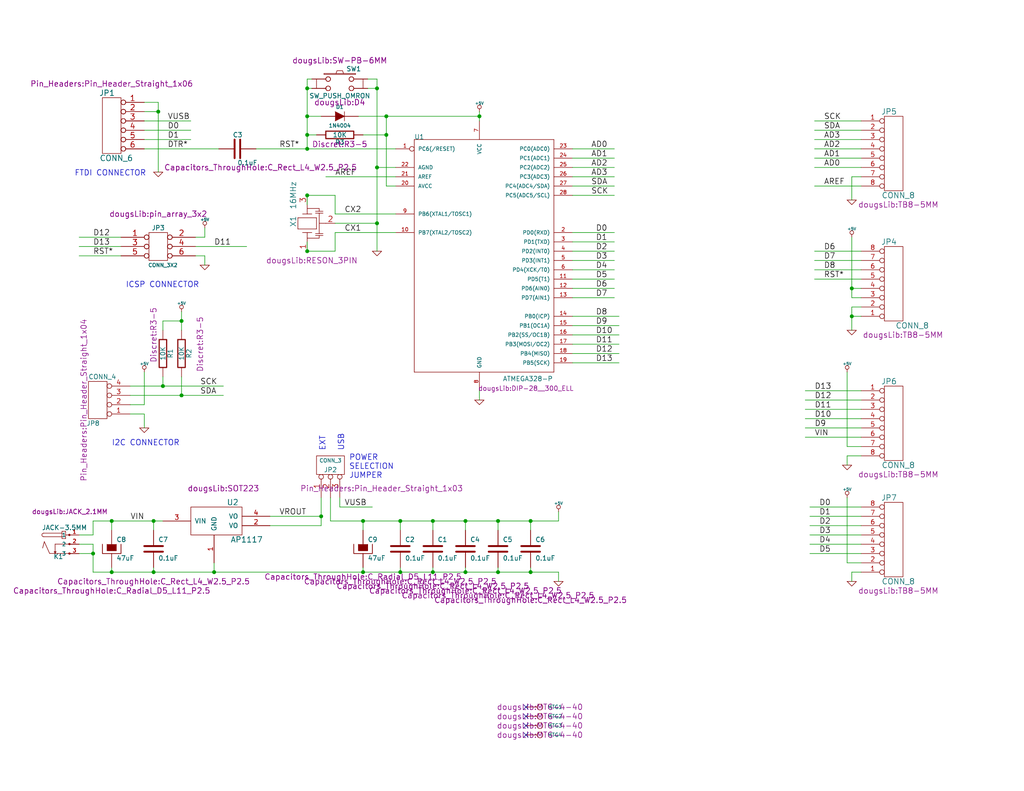
<source format=kicad_sch>
(kicad_sch (version 20211123) (generator eeschema)
  (paper "A")
  (title_block (title "Screwduino") (date "2021-07-14") (rev "X6") (company "support@land-boards.com"))
  (lib_symbols
    (symbol "DougsSch:C" (pin_numbers hide) (pin_names (offset 0.254))
      (property "Reference" "C" (at 1.27 2.54 0))
      (property "Value" "C" (at 1.27 -2.54 0))
      (symbol "C_0_1"
        (polyline (pts (xy -2.54 -0.762) (xy 2.54 -0.762)) (stroke (width 0.508)))
        (polyline (pts (xy -2.54 0.762) (xy 2.54 0.762)) (stroke (width 0.508)))
      )
      (symbol "C_1_1"
        (pin passive line (at 0 5.08 270) (length 4.318) (name "~") (number "1"))
        (pin passive line (at 0 -5.08 90) (length 4.318) (name "~") (number "2"))
      )
    )
    (symbol "DougsSch:CAPAPOL" (pin_numbers hide) (pin_names (offset 0.254) hide)
      (property "Reference" "C" (at 1.27 2.54 0))
      (property "Value" "CAPAPOL" (at 1.27 -2.54 0))
      (symbol "CAPAPOL_0_1"
        (polyline (pts (xy -2.54 1.27) (xy -2.54 -1.27) (xy 2.54 -1.27) (xy 2.54 1.27)) (stroke (width 0.2032)))
        (polyline (pts (xy -1.27 1.27) (xy -1.27 -0.508) (xy 1.27 -0.508) (xy 1.27 1.27)) (fill (type outline)))
      )
      (symbol "CAPAPOL_1_1"
        (pin passive line (at 0 5.08 270) (length 3.81) (name "~") (number "1"))
        (pin passive line (at 0 -5.08 90) (length 3.81) (name "~") (number "2"))
      )
    )
    (symbol "DougsSch:R" (pin_numbers hide) (pin_names (offset 0))
      (property "Reference" "R" (at 2.032 0 90))
      (property "Value" "R" (at 0 0 90))
      (symbol "R_0_1"
        (rectangle (start -1.016 3.81) (end 1.016 -3.81) (stroke (width 0.3048)))
      )
      (symbol "R_1_1"
        (pin passive line (at 0 6.35 270) (length 2.54) (name "~") (number "1"))
        (pin passive line (at 0 -6.35 90) (length 2.54) (name "~") (number "2"))
      )
    )
    (symbol "DougsSch:SW_PUSH_OMRON" (pin_numbers hide) (pin_names (offset 1.016) hide)
      (property "Reference" "SW" (at 3.81 2.794 0))
      (property "Value" "SW_PUSH_OMRON" (at 0 -4.572 0))
      (symbol "SW_PUSH_OMRON_0_1"
        (rectangle (start -4.318 1.27) (end 4.318 1.524))
        (circle (center -3.81 -2.54) (radius 0.0001))
        (polyline (pts (xy -6.35 0) (xy -6.35 -2.54)))
        (polyline (pts (xy 6.35 0) (xy 6.35 -2.54)))
        (polyline (pts (xy -1.016 1.524) (xy -0.762 2.286) (xy 0.762 2.286) (xy 1.016 1.524)))
        (pin passive inverted (at -7.62 0 0) (length 5.08) (name "1") (number "1"))
        (pin passive inverted (at 7.62 0 180) (length 5.08) (name "3") (number "3"))
      )
      (symbol "SW_PUSH_OMRON_1_1"
        (pin passive inverted (at -7.62 -2.54 0) (length 5.08) (name "2") (number "2"))
        (pin passive inverted (at 7.62 -2.54 180) (length 5.08) (name "4") (number "4"))
      )
    )
    (symbol "conn:CONN_3" (pin_names (offset 1.016) hide)
      (property "Reference" "K" (at -1.27 0 90))
      (property "Value" "CONN_3" (at 1.27 0 90))
      (symbol "CONN_3_0_1"
        (rectangle (start -2.54 3.81) (end 2.54 -3.81))
      )
      (symbol "CONN_3_1_1"
        (pin passive inverted (at -8.89 2.54 0) (length 6.35) (name "P1") (number "1"))
        (pin passive inverted (at -8.89 0 0) (length 6.35) (name "PM") (number "2"))
        (pin passive inverted (at -8.89 -2.54 0) (length 6.35) (name "P3") (number "3"))
      )
    )
    (symbol "screwduino-rescue:AP1117" (pin_names (offset 1.016))
      (property "Reference" "U" (at 2.54 3.81 0))
      (property "Value" "AP1117" (at 6.35 -6.35 0))
      (symbol "AP1117_0_1"
        (polyline (pts (xy -8.89 -5.08) (xy -8.89 2.54) (xy 5.08 2.54) (xy 5.08 -5.08) (xy -8.89 -5.08)))
      )
      (symbol "AP1117_1_1"
        (pin power_in line (at -2.54 -12.7 90) (length 7.62) (name "GND") (number "1"))
        (pin passive line (at 12.7 -2.54 180) (length 7.62) (name "VO") (number "2"))
        (pin power_in line (at -16.51 -1.27 0) (length 7.62) (name "VIN") (number "3"))
        (pin power_out line (at 12.7 0 180) (length 7.62) (name "VO") (number "4"))
      )
    )
    (symbol "screwduino-rescue:JACK-3.5MM" (pin_names (offset 1.016))
      (property "Reference" "J" (at 3.1496 -6.6294 0))
      (property "Value" "JACK-3.5MM" (at 0 0 0))
      (symbol "JACK-3.5MM_1_0"
        (polyline (pts (xy 0.4826 -0.4826) (xy 5.4864 -0.4826)))
        (polyline (pts (xy 0.6604 -1.8288) (xy 0.2032 -3.5814)))
        (polyline (pts (xy 2.1082 -5.0546) (xy 0.6604 -1.8288)))
        (polyline (pts (xy 2.1082 -5.0546) (xy 3.6068 -5.0546)))
        (polyline (pts (xy 3.3528 -4.5466) (xy 3.8608 -4.5466)))
        (polyline (pts (xy 3.6068 -5.0546) (xy 3.3528 -4.5466)))
        (polyline (pts (xy 3.6068 -5.0546) (xy 3.8608 -4.5466)))
        (polyline (pts (xy 3.6068 -5.0546) (xy 6.6294 -5.0546)))
        (polyline (pts (xy 3.6068 -2.5146) (xy 3.6068 -5.0546)))
        (polyline (pts (xy 3.6068 -2.5146) (xy 7.5438 -2.5146)))
        (polyline (pts (xy 5.4864 -0.9906) (xy 5.4864 -0.4826)))
        (polyline (pts (xy 5.4864 -0.4826) (xy 5.4864 0.4826)))
        (polyline (pts (xy 5.4864 0.4826) (xy 0.4826 0.4826)))
        (polyline (pts (xy 5.4864 0.4826) (xy 5.4864 0.9906)))
        (polyline (pts (xy 5.4864 0.9906) (xy 6.477 0.9906)))
        (polyline (pts (xy 6.477 -0.9906) (xy 5.4864 -0.9906)))
        (polyline (pts (xy 6.477 0) (xy 6.477 -0.9906)))
        (polyline (pts (xy 6.477 0) (xy 7.493 0)))
        (polyline (pts (xy 6.477 0.9906) (xy 6.477 0)))
        (polyline (pts (xy 6.6294 -5.0546) (xy 7.5438 -5.0546)))
      )
      (symbol "JACK-3.5MM_1_1"
        (arc (start 0.4826 0.4826) (mid 0 0) (end 0.4826 -0.4826))
        (circle (center 7.493 0) (radius 0.2286) (fill (type outline)))
        (circle (center 7.5184 -5.08) (radius 0.2286) (fill (type outline)))
        (circle (center 7.5184 -2.4892) (radius 0.2286) (fill (type outline)))
        (pin passive line (at 10.16 0 180) (length 2.54) (name "1") (number "1"))
        (pin passive line (at 10.16 -2.54 180) (length 2.54) (name "2") (number "2"))
        (pin passive line (at 10.16 -5.08 180) (length 2.54) (name "3") (number "3"))
      )
    )
    (symbol "screwduinov2p1-schlib:+5V" (power) (pin_names (offset 1.016))
      (property "Value" "+5V" (at 0 2.286 0))
      (symbol "+5V_0_0"
        (pin power_in line (at 0 0 90) (length 0) hide (name "+5V") (number "1"))
      )
      (symbol "+5V_0_1"
        (polyline (pts (xy 0 0) (xy 0 0.762) (xy 0 0.762) (xy 0 0.762)))
        (circle (center 0 1.27) (radius 0.508))
      )
    )
    (symbol "screwduinov2p1-schlib:ATMEGA8-P" (pin_names (offset 1.016))
      (property "Reference" "IC" (at -17.78 31.75 0))
      (property "Value" "ATMEGA8-P" (at 6.35 -35.56 0))
      (symbol "ATMEGA8-P_1_0"
        (polyline (pts (xy -17.78 -33.02) (xy -17.78 30.48)))
        (polyline (pts (xy -17.78 30.48) (xy 20.32 30.48)))
        (polyline (pts (xy 20.32 -33.02) (xy -17.78 -33.02)))
        (polyline (pts (xy 20.32 30.48) (xy 20.32 -33.02)))
      )
      (symbol "ATMEGA8-P_1_1"
        (pin bidirectional inverted (at -22.86 27.94 0) (length 5.08) (name "PC6(/RESET)") (number "1"))
        (pin bidirectional line (at -22.86 5.08 0) (length 5.08) (name "PB7(XTAL2/TOSC2)") (number "10"))
        (pin bidirectional line (at 25.4 -7.62 180) (length 5.08) (name "PD5(T1)") (number "11"))
        (pin bidirectional line (at 25.4 -10.16 180) (length 5.08) (name "PD6(AIN0)") (number "12"))
        (pin bidirectional line (at 25.4 -12.7 180) (length 5.08) (name "PD7(AIN1)") (number "13"))
        (pin bidirectional line (at 25.4 -17.78 180) (length 5.08) (name "PB0(ICP)") (number "14"))
        (pin bidirectional line (at 25.4 -20.32 180) (length 5.08) (name "PB1(OC1A)") (number "15"))
        (pin bidirectional line (at 25.4 -22.86 180) (length 5.08) (name "PB2(SS/OC1B)") (number "16"))
        (pin bidirectional line (at 25.4 -25.4 180) (length 5.08) (name "PB3(MOSI/OC2)") (number "17"))
        (pin bidirectional line (at 25.4 -27.94 180) (length 5.08) (name "PB4(MISO)") (number "18"))
        (pin bidirectional line (at 25.4 -30.48 180) (length 5.08) (name "PB5(SCK)") (number "19"))
        (pin bidirectional line (at 25.4 5.08 180) (length 5.08) (name "PD0(RXD)") (number "2"))
        (pin bidirectional line (at -22.86 17.78 0) (length 5.08) (name "AVCC") (number "20"))
        (pin bidirectional line (at -22.86 20.32 0) (length 5.08) (name "AREF") (number "21"))
        (pin bidirectional line (at -22.86 22.86 0) (length 5.08) (name "AGND") (number "22"))
        (pin bidirectional line (at 25.4 27.94 180) (length 5.08) (name "PC0(ADC0)") (number "23"))
        (pin bidirectional line (at 25.4 25.4 180) (length 5.08) (name "PC1(ADC1)") (number "24"))
        (pin bidirectional line (at 25.4 22.86 180) (length 5.08) (name "PC2(ADC2)") (number "25"))
        (pin bidirectional line (at 25.4 20.32 180) (length 5.08) (name "PC3(ADC3)") (number "26"))
        (pin bidirectional line (at 25.4 17.78 180) (length 5.08) (name "PC4(ADC4/SDA)") (number "27"))
        (pin bidirectional line (at 25.4 15.24 180) (length 5.08) (name "PC5(ADC5/SCL)") (number "28"))
        (pin bidirectional line (at 25.4 2.54 180) (length 5.08) (name "PD1(TXD)") (number "3"))
        (pin bidirectional line (at 25.4 0 180) (length 5.08) (name "PD2(INT0)") (number "4"))
        (pin bidirectional line (at 25.4 -2.54 180) (length 5.08) (name "PD3(INT1)") (number "5"))
        (pin bidirectional line (at 25.4 -5.08 180) (length 5.08) (name "PD4(XCK/T0)") (number "6"))
        (pin bidirectional line (at 0 35.56 270) (length 5.08) (name "VCC") (number "7"))
        (pin bidirectional line (at 0 -38.1 90) (length 5.08) (name "GND") (number "8"))
        (pin bidirectional line (at -22.86 10.16 0) (length 5.08) (name "PB6(XTAL1/TOSC1)") (number "9"))
      )
    )
    (symbol "screwduinov2p1-schlib:CONN_1" (pin_numbers hide) (pin_names (offset 0.762) hide)
      (property "Reference" "P" (at 2.032 0 0))
      (symbol "CONN_1_0_1"
        (polyline (pts (xy -0.762 0) (xy -1.27 0)))
        (circle (center 0 0) (radius 0.7874))
      )
      (symbol "CONN_1_1_1"
        (pin passive line (at -3.81 0 0) (length 2.54) (name "1") (number "1"))
      )
    )
    (symbol "screwduinov2p1-schlib:CONN_3X2" (pin_names (offset 1.016) hide)
      (property "Reference" "P" (at 0 6.35 0))
      (property "Value" "CONN_3X2" (at 0 1.27 90))
      (symbol "CONN_3X2_0_1"
        (rectangle (start -2.54 5.08) (end 2.54 -2.54))
      )
      (symbol "CONN_3X2_1_1"
        (pin passive inverted (at -10.16 3.81 0) (length 7.62) (name "1") (number "1"))
        (pin passive inverted (at 10.16 3.81 180) (length 7.62) (name "2") (number "2"))
        (pin passive inverted (at -10.16 1.27 0) (length 7.62) (name "3") (number "3"))
        (pin passive inverted (at 10.16 1.27 180) (length 7.62) (name "4") (number "4"))
        (pin passive inverted (at -10.16 -1.27 0) (length 7.62) (name "5") (number "5"))
        (pin passive inverted (at 10.16 -1.27 180) (length 7.62) (name "6") (number "6"))
      )
    )
    (symbol "screwduinov2p1-schlib:CONN_4" (pin_names (offset 1.016) hide)
      (property "Reference" "P" (at -1.27 0 90))
      (property "Value" "CONN_4" (at 1.27 0 90))
      (symbol "CONN_4_0_1"
        (rectangle (start -2.54 5.08) (end 2.54 -5.08))
      )
      (symbol "CONN_4_1_1"
        (pin passive inverted (at -8.89 3.81 0) (length 6.35) (name "P1") (number "1"))
        (pin passive inverted (at -8.89 1.27 0) (length 6.35) (name "P2") (number "2"))
        (pin passive inverted (at -8.89 -1.27 0) (length 6.35) (name "P3") (number "3"))
        (pin passive inverted (at -8.89 -3.81 0) (length 6.35) (name "P4") (number "4"))
      )
    )
    (symbol "screwduinov2p1-schlib:CONN_6" (pin_names (offset 0.762) hide)
      (property "Reference" "P" (at -1.27 0 90))
      (property "Value" "CONN_6" (at 1.27 0 90))
      (symbol "CONN_6_0_1"
        (rectangle (start -2.54 7.62) (end 2.54 -7.62))
      )
      (symbol "CONN_6_1_1"
        (pin passive inverted (at -8.89 6.35 0) (length 6.35) (name "1") (number "1"))
        (pin passive inverted (at -8.89 3.81 0) (length 6.35) (name "2") (number "2"))
        (pin passive inverted (at -8.89 1.27 0) (length 6.35) (name "3") (number "3"))
        (pin passive inverted (at -8.89 -1.27 0) (length 6.35) (name "4") (number "4"))
        (pin passive inverted (at -8.89 -3.81 0) (length 6.35) (name "5") (number "5"))
        (pin passive inverted (at -8.89 -6.35 0) (length 6.35) (name "6") (number "6"))
      )
    )
    (symbol "screwduinov2p1-schlib:CONN_8" (pin_names (offset 1.016) hide)
      (property "Reference" "P" (at -1.27 0 90))
      (property "Value" "CONN_8" (at 1.27 0 90))
      (symbol "CONN_8_0_1"
        (rectangle (start -2.54 10.16) (end 2.54 -10.16))
      )
      (symbol "CONN_8_1_1"
        (pin passive inverted (at -8.89 8.89 0) (length 6.35) (name "P1") (number "1"))
        (pin passive inverted (at -8.89 6.35 0) (length 6.35) (name "P2") (number "2"))
        (pin passive inverted (at -8.89 3.81 0) (length 6.35) (name "P3") (number "3"))
        (pin passive inverted (at -8.89 1.27 0) (length 6.35) (name "P4") (number "4"))
        (pin passive inverted (at -8.89 -1.27 0) (length 6.35) (name "P5") (number "5"))
        (pin passive inverted (at -8.89 -3.81 0) (length 6.35) (name "P6") (number "6"))
        (pin passive inverted (at -8.89 -6.35 0) (length 6.35) (name "P7") (number "7"))
        (pin passive inverted (at -8.89 -8.89 0) (length 6.35) (name "P8") (number "8"))
      )
    )
    (symbol "screwduinov2p1-schlib:DIODE" (pin_numbers hide) (pin_names (offset 1.016) hide)
      (property "Reference" "D" (at 0 2.54 0))
      (property "Value" "DIODE" (at 0 -2.54 0))
      (symbol "DIODE_0_1"
        (polyline (pts (xy 1.27 1.27) (xy 1.27 -1.27)) (stroke (width 0.1524)))
        (polyline (pts (xy -1.27 1.27) (xy 1.27 0) (xy -1.27 -1.27)) (fill (type outline)))
      )
      (symbol "DIODE_1_1"
        (pin passive line (at -5.08 0 0) (length 3.81) (name "A") (number "1"))
        (pin passive line (at 5.08 0 180) (length 3.81) (name "K") (number "2"))
      )
    )
    (symbol "screwduinov2p1-schlib:GND" (power) (pin_names (offset 0))
      (symbol "GND_0_1"
        (polyline (pts (xy -1.27 0) (xy 0 -1.27) (xy 1.27 0) (xy -1.27 0)))
      )
      (symbol "GND_1_1"
        (pin power_in line (at 0 0 90) (length 0) hide (name "GND") (number "1"))
      )
    )
    (symbol "screwduinov2p1-schlib:RESONATEUR" (pin_names (offset 0.762) hide)
      (property "Reference" "Y" (at 0.508 5.08 0))
      (property "Value" "RESONATEUR" (at 10.922 -5.08 0))
      (symbol "RESONATEUR_0_1"
        (polyline (pts (xy -5.08 1.27) (xy -2.54 1.27)))
        (polyline (pts (xy -4.064 -2.0066) (xy -3.3274 -2.0066)))
        (polyline (pts (xy -4.064 1.27) (xy -4.064 -2.0066)))
        (polyline (pts (xy -3.3274 -0.9906) (xy -3.3274 -3.048)))
        (polyline (pts (xy -2.8194 -2.0066) (xy -0.2794 -2.0066)))
        (polyline (pts (xy -2.8194 -0.9906) (xy -2.8194 -3.048)))
        (polyline (pts (xy -2.54 2.54) (xy -2.54 0)))
        (polyline (pts (xy -1.5494 -1.27) (xy 1.4986 -1.27)))
        (polyline (pts (xy -1.5494 3.81) (xy -1.5494 -1.27)))
        (polyline (pts (xy 0 -2.0066) (xy 0 -3.81)))
        (polyline (pts (xy 1.4986 -1.27) (xy 1.4986 3.81)))
        (polyline (pts (xy 1.4986 3.81) (xy -1.5494 3.81)))
        (polyline (pts (xy 2.54 2.54) (xy 2.54 0)))
        (polyline (pts (xy 2.7686 -2.0066) (xy -0.2794 -2.0066)))
        (polyline (pts (xy 2.7686 -0.9906) (xy 2.7686 -3.048)))
        (polyline (pts (xy 3.2766 -0.9906) (xy 3.2766 -3.048)))
        (polyline (pts (xy 4.0386 -2.0066) (xy 3.2766 -2.0066)))
        (polyline (pts (xy 4.0386 1.27) (xy 4.0386 -2.0066)))
        (polyline (pts (xy 5.08 1.27) (xy 2.54 1.27)))
      )
      (symbol "RESONATEUR_1_1"
        (pin passive line (at -7.62 1.27 0) (length 2.54) (name "1") (number "1"))
        (pin passive line (at 0 -6.35 90) (length 2.54) (name "2") (number "2"))
        (pin passive line (at 7.62 1.27 180) (length 2.54) (name "3") (number "3"))
      )
    )
  )
  (junction (at 105.41 36.83))
  (junction (at 102.87 24.13))
  (junction (at 83.82 31.75))
  (junction (at 118.11 142.24))
  (junction (at 41.91 156.21))
  (junction (at 144.78 142.24))
  (junction (at 135.89 142.24))
  (junction (at 232.41 78.74))
  (junction (at 109.22 156.21))
  (junction (at 99.06 142.24))
  (junction (at 102.87 45.72))
  (junction (at 99.06 156.21))
  (junction (at 118.11 156.21))
  (junction (at 135.89 156.21))
  (junction (at 102.87 60.96))
  (junction (at 130.81 31.75))
  (junction (at 127 156.21))
  (junction (at 83.82 53.34))
  (junction (at 87.63 140.97))
  (junction (at 144.78 156.21))
  (junction (at 49.53 107.95))
  (junction (at 127 142.24))
  (junction (at 83.82 68.58))
  (junction (at 49.53 87.63))
  (junction (at 30.48 156.21))
  (junction (at 41.91 142.24))
  (junction (at 44.45 105.41))
  (junction (at 43.18 30.48))
  (junction (at 83.82 24.13))
  (junction (at 83.82 40.64))
  (junction (at 58.42 156.21))
  (junction (at 109.22 142.24))
  (junction (at 30.48 142.24))
  (junction (at 105.41 31.75))
  (junction (at 232.41 86.36))
  (junction (at 25.4 151.13))
  (junction (at 83.82 36.83))
  (no_connect (at 143.51 200.66))
  (no_connect (at 143.51 195.58))
  (no_connect (at 143.51 193.04))
  (no_connect (at 143.51 198.12))
  (wire (pts (xy 234.95 78.74) (xy 232.41 78.74)))
  (wire (pts (xy 53.34 67.31) (xy 67.31 67.31)))
  (wire (pts (xy 167.64 71.12) (xy 156.21 71.12)))
  (wire (pts (xy 231.14 124.46) (xy 231.14 127)))
  (wire (pts (xy 55.88 62.23) (xy 55.88 64.77)))
  (wire (pts (xy 127 156.21) (xy 135.89 156.21)))
  (wire (pts (xy 25.4 151.13) (xy 25.4 156.21)))
  (wire (pts (xy 44.45 105.41) (xy 60.96 105.41)))
  (wire (pts (xy 231.14 101.6) (xy 231.14 121.92)))
  (wire (pts (xy 83.82 55.88) (xy 83.82 53.34)))
  (wire (pts (xy 49.53 102.87) (xy 49.53 107.95)))
  (wire (pts (xy 232.41 158.75) (xy 232.41 156.21)))
  (wire (pts (xy 39.37 35.56) (xy 52.07 35.56)))
  (wire (pts (xy 59.69 40.64) (xy 39.37 40.64)))
  (wire (pts (xy 167.64 63.5) (xy 156.21 63.5)))
  (wire (pts (xy 232.41 156.21) (xy 234.95 156.21)))
  (wire (pts (xy 53.34 69.85) (xy 55.88 69.85)))
  (wire (pts (xy 232.41 86.36) (xy 232.41 90.17)))
  (wire (pts (xy 92.71 138.43) (xy 101.6 138.43)))
  (wire (pts (xy 167.64 68.58) (xy 156.21 68.58)))
  (wire (pts (xy 73.66 140.97) (xy 87.63 140.97)))
  (wire (pts (xy 41.91 142.24) (xy 41.91 144.78)))
  (wire (pts (xy 167.64 48.26) (xy 156.21 48.26)))
  (wire (pts (xy 30.48 142.24) (xy 41.91 142.24)))
  (wire (pts (xy 87.63 143.51) (xy 73.66 143.51)))
  (wire (pts (xy 25.4 148.59) (xy 25.4 151.13)))
  (wire (pts (xy 55.88 64.77) (xy 53.34 64.77)))
  (wire (pts (xy 167.64 73.66) (xy 156.21 73.66)))
  (wire (pts (xy 219.71 119.38) (xy 234.95 119.38)))
  (wire (pts (xy 99.06 142.24) (xy 109.22 142.24)))
  (wire (pts (xy 25.4 156.21) (xy 30.48 156.21)))
  (wire (pts (xy 222.25 43.18) (xy 234.95 43.18)))
  (wire (pts (xy 49.53 87.63) (xy 49.53 90.17)))
  (wire (pts (xy 118.11 156.21) (xy 127 156.21)))
  (wire (pts (xy 220.98 138.43) (xy 234.95 138.43)))
  (wire (pts (xy 231.14 153.67) (xy 231.14 135.89)))
  (wire (pts (xy 135.89 156.21) (xy 135.89 154.94)))
  (wire (pts (xy 168.91 88.9) (xy 156.21 88.9)))
  (wire (pts (xy 220.98 151.13) (xy 234.95 151.13)))
  (wire (pts (xy 232.41 48.26) (xy 234.95 48.26)))
  (wire (pts (xy 43.18 27.94) (xy 43.18 30.48)))
  (wire (pts (xy 232.41 64.77) (xy 232.41 78.74)))
  (wire (pts (xy 156.21 43.18) (xy 167.64 43.18)))
  (wire (pts (xy 85.09 21.59) (xy 83.82 21.59)))
  (wire (pts (xy 109.22 156.21) (xy 109.22 154.94)))
  (wire (pts (xy 49.53 87.63) (xy 44.45 87.63)))
  (wire (pts (xy 90.17 142.24) (xy 99.06 142.24)))
  (wire (pts (xy 118.11 142.24) (xy 127 142.24)))
  (wire (pts (xy 144.78 156.21) (xy 144.78 154.94)))
  (wire (pts (xy 220.98 148.59) (xy 234.95 148.59)))
  (wire (pts (xy 83.82 31.75) (xy 87.63 31.75)))
  (wire (pts (xy 231.14 121.92) (xy 234.95 121.92)))
  (wire (pts (xy 102.87 24.13) (xy 102.87 45.72)))
  (wire (pts (xy 21.59 67.31) (xy 33.02 67.31)))
  (wire (pts (xy 99.06 36.83) (xy 105.41 36.83)))
  (wire (pts (xy 152.4 156.21) (xy 152.4 158.75)))
  (wire (pts (xy 83.82 31.75) (xy 83.82 36.83)))
  (wire (pts (xy 219.71 111.76) (xy 234.95 111.76)))
  (wire (pts (xy 58.42 156.21) (xy 99.06 156.21)))
  (wire (pts (xy 222.25 33.02) (xy 234.95 33.02)))
  (wire (pts (xy 222.25 38.1) (xy 234.95 38.1)))
  (wire (pts (xy 39.37 30.48) (xy 43.18 30.48)))
  (wire (pts (xy 168.91 93.98) (xy 156.21 93.98)))
  (wire (pts (xy 83.82 24.13) (xy 85.09 24.13)))
  (wire (pts (xy 92.71 135.89) (xy 92.71 138.43)))
  (wire (pts (xy 33.02 69.85) (xy 21.59 69.85)))
  (wire (pts (xy 222.25 35.56) (xy 234.95 35.56)))
  (wire (pts (xy 83.82 68.58) (xy 83.82 66.04)))
  (wire (pts (xy 87.63 135.89) (xy 87.63 140.97)))
  (wire (pts (xy 127 156.21) (xy 127 154.94)))
  (wire (pts (xy 30.48 156.21) (xy 30.48 154.94)))
  (wire (pts (xy 234.95 153.67) (xy 231.14 153.67)))
  (wire (pts (xy 234.95 68.58) (xy 222.25 68.58)))
  (wire (pts (xy 91.44 53.34) (xy 91.44 58.42)))
  (wire (pts (xy 88.9 48.26) (xy 107.95 48.26)))
  (wire (pts (xy 105.41 31.75) (xy 130.81 31.75)))
  (wire (pts (xy 167.64 53.34) (xy 156.21 53.34)))
  (wire (pts (xy 234.95 83.82) (xy 232.41 83.82)))
  (wire (pts (xy 130.81 30.48) (xy 130.81 31.75)))
  (wire (pts (xy 167.64 45.72) (xy 156.21 45.72)))
  (wire (pts (xy 41.91 156.21) (xy 58.42 156.21)))
  (wire (pts (xy 49.53 85.09) (xy 49.53 87.63)))
  (wire (pts (xy 41.91 156.21) (xy 41.91 154.94)))
  (wire (pts (xy 109.22 142.24) (xy 109.22 144.78)))
  (wire (pts (xy 102.87 45.72) (xy 102.87 60.96)))
  (wire (pts (xy 219.71 106.68) (xy 234.95 106.68)))
  (wire (pts (xy 168.91 91.44) (xy 156.21 91.44)))
  (wire (pts (xy 135.89 142.24) (xy 135.89 144.78)))
  (wire (pts (xy 35.56 110.49) (xy 39.37 110.49)))
  (wire (pts (xy 99.06 144.78) (xy 99.06 142.24)))
  (wire (pts (xy 219.71 116.84) (xy 234.95 116.84)))
  (wire (pts (xy 83.82 21.59) (xy 83.82 24.13)))
  (wire (pts (xy 86.36 36.83) (xy 83.82 36.83)))
  (wire (pts (xy 83.82 40.64) (xy 107.95 40.64)))
  (wire (pts (xy 220.98 143.51) (xy 234.95 143.51)))
  (wire (pts (xy 220.98 140.97) (xy 234.95 140.97)))
  (wire (pts (xy 168.91 96.52) (xy 156.21 96.52)))
  (wire (pts (xy 39.37 38.1) (xy 52.07 38.1)))
  (wire (pts (xy 232.41 54.61) (xy 232.41 48.26)))
  (wire (pts (xy 39.37 110.49) (xy 39.37 101.6)))
  (wire (pts (xy 44.45 102.87) (xy 44.45 105.41)))
  (wire (pts (xy 33.02 64.77) (xy 21.59 64.77)))
  (wire (pts (xy 222.25 73.66) (xy 234.95 73.66)))
  (wire (pts (xy 167.64 81.28) (xy 156.21 81.28)))
  (wire (pts (xy 118.11 142.24) (xy 118.11 144.78)))
  (wire (pts (xy 135.89 156.21) (xy 144.78 156.21)))
  (wire (pts (xy 135.89 142.24) (xy 144.78 142.24)))
  (wire (pts (xy 130.81 106.68) (xy 130.81 109.22)))
  (wire (pts (xy 52.07 33.02) (xy 39.37 33.02)))
  (wire (pts (xy 102.87 21.59) (xy 102.87 24.13)))
  (wire (pts (xy 100.33 21.59) (xy 102.87 21.59)))
  (wire (pts (xy 83.82 53.34) (xy 91.44 53.34)))
  (wire (pts (xy 234.95 86.36) (xy 232.41 86.36)))
  (wire (pts (xy 168.91 86.36) (xy 156.21 86.36)))
  (wire (pts (xy 222.25 40.64) (xy 234.95 40.64)))
  (wire (pts (xy 90.17 135.89) (xy 90.17 142.24)))
  (wire (pts (xy 107.95 58.42) (xy 91.44 58.42)))
  (wire (pts (xy 130.81 31.75) (xy 130.81 33.02)))
  (wire (pts (xy 127 142.24) (xy 135.89 142.24)))
  (wire (pts (xy 102.87 24.13) (xy 100.33 24.13)))
  (wire (pts (xy 39.37 113.03) (xy 35.56 113.03)))
  (wire (pts (xy 43.18 27.94) (xy 39.37 27.94)))
  (wire (pts (xy 152.4 142.24) (xy 152.4 139.7)))
  (wire (pts (xy 55.88 69.85) (xy 55.88 72.39)))
  (wire (pts (xy 83.82 36.83) (xy 83.82 40.64)))
  (wire (pts (xy 99.06 156.21) (xy 109.22 156.21)))
  (wire (pts (xy 43.18 30.48) (xy 43.18 46.99)))
  (wire (pts (xy 30.48 156.21) (xy 41.91 156.21)))
  (wire (pts (xy 219.71 114.3) (xy 234.95 114.3)))
  (wire (pts (xy 25.4 142.24) (xy 30.48 142.24)))
  (wire (pts (xy 21.59 151.13) (xy 25.4 151.13)))
  (wire (pts (xy 232.41 83.82) (xy 232.41 86.36)))
  (wire (pts (xy 220.98 146.05) (xy 234.95 146.05)))
  (wire (pts (xy 144.78 156.21) (xy 152.4 156.21)))
  (wire (pts (xy 168.91 99.06) (xy 156.21 99.06)))
  (wire (pts (xy 91.44 60.96) (xy 102.87 60.96)))
  (wire (pts (xy 167.64 40.64) (xy 156.21 40.64)))
  (wire (pts (xy 167.64 76.2) (xy 156.21 76.2)))
  (wire (pts (xy 234.95 50.8) (xy 222.25 50.8)))
  (wire (pts (xy 91.44 68.58) (xy 83.82 68.58)))
  (wire (pts (xy 222.25 45.72) (xy 234.95 45.72)))
  (wire (pts (xy 102.87 45.72) (xy 107.95 45.72)))
  (wire (pts (xy 167.64 66.04) (xy 156.21 66.04)))
  (wire (pts (xy 69.85 40.64) (xy 83.82 40.64)))
  (wire (pts (xy 25.4 142.24) (xy 25.4 146.05)))
  (wire (pts (xy 87.63 140.97) (xy 87.63 143.51)))
  (wire (pts (xy 167.64 78.74) (xy 156.21 78.74)))
  (wire (pts (xy 25.4 146.05) (xy 21.59 146.05)))
  (wire (pts (xy 39.37 116.84) (xy 39.37 113.03)))
  (wire (pts (xy 35.56 107.95) (xy 49.53 107.95)))
  (wire (pts (xy 118.11 156.21) (xy 118.11 154.94)))
  (wire (pts (xy 222.25 76.2) (xy 234.95 76.2)))
  (wire (pts (xy 127 142.24) (xy 127 144.78)))
  (wire (pts (xy 232.41 81.28) (xy 234.95 81.28)))
  (wire (pts (xy 105.41 31.75) (xy 105.41 36.83)))
  (wire (pts (xy 105.41 36.83) (xy 105.41 50.8)))
  (wire (pts (xy 35.56 105.41) (xy 44.45 105.41)))
  (wire (pts (xy 91.44 63.5) (xy 107.95 63.5)))
  (wire (pts (xy 91.44 68.58) (xy 91.44 63.5)))
  (wire (pts (xy 25.4 148.59) (xy 21.59 148.59)))
  (wire (pts (xy 83.82 24.13) (xy 83.82 31.75)))
  (wire (pts (xy 41.91 142.24) (xy 44.45 142.24)))
  (wire (pts (xy 30.48 144.78) (xy 30.48 142.24)))
  (wire (pts (xy 144.78 142.24) (xy 152.4 142.24)))
  (wire (pts (xy 58.42 156.21) (xy 58.42 153.67)))
  (wire (pts (xy 97.79 31.75) (xy 105.41 31.75)))
  (wire (pts (xy 99.06 156.21) (xy 99.06 154.94)))
  (wire (pts (xy 44.45 87.63) (xy 44.45 90.17)))
  (wire (pts (xy 232.41 78.74) (xy 232.41 81.28)))
  (wire (pts (xy 167.64 50.8) (xy 156.21 50.8)))
  (wire (pts (xy 234.95 124.46) (xy 231.14 124.46)))
  (wire (pts (xy 102.87 60.96) (xy 102.87 68.58)))
  (wire (pts (xy 105.41 50.8) (xy 107.95 50.8)))
  (wire (pts (xy 109.22 142.24) (xy 118.11 142.24)))
  (wire (pts (xy 144.78 142.24) (xy 144.78 144.78)))
  (wire (pts (xy 234.95 71.12) (xy 222.25 71.12)))
  (wire (pts (xy 49.53 107.95) (xy 60.96 107.95)))
  (wire (pts (xy 219.71 109.22) (xy 234.95 109.22)))
  (wire (pts (xy 109.22 156.21) (xy 118.11 156.21)))
  (text "USB" (at 93.98 123.19 90) (effects (font (size 1.524 1.524)) (justify left bottom)))
  (text "ICSP CONNECTOR" (at 34.29 78.74 0) (effects (font (size 1.524 1.524)) (justify left bottom)))
  (text "EXT" (at 88.9 123.19 90) (effects (font (size 1.524 1.524)) (justify left bottom)))
  (text "POWER\nSELECTION\nJUMPER" (at 95.25 130.81 0) (effects (font (size 1.524 1.524)) (justify left bottom)))
  (text "FTDI CONNECTOR" (at 20.32 48.26 0) (effects (font (size 1.524 1.524)) (justify left bottom)))
  (text "I2C CONNECTOR" (at 30.48 121.92 0) (effects (font (size 1.524 1.524)) (justify left bottom)))
  (label "AD0" (at 161.29 40.64 0) (effects (font (size 1.524 1.524))))
  (label "D12" (at 222.25 109.22 0) (effects (font (size 1.524 1.524))))
  (label "D5" (at 162.56 76.2 0) (effects (font (size 1.524 1.524))))
  (label "AD2" (at 224.79 40.64 0) (effects (font (size 1.524 1.524))))
  (label "D10" (at 162.56 91.44 0) (effects (font (size 1.524 1.524))))
  (label "D13" (at 25.4 67.31 0) (effects (font (size 1.524 1.524))))
  (label "AD1" (at 224.79 43.18 0) (effects (font (size 1.524 1.524))))
  (label "D11" (at 162.56 93.98 0) (effects (font (size 1.524 1.524))))
  (label "D1" (at 162.56 66.04 0) (effects (font (size 1.524 1.524))))
  (label "CX1" (at 93.98 63.5 0) (effects (font (size 1.524 1.524))))
  (label "D0" (at 223.52 138.43 0) (effects (font (size 1.524 1.524))))
  (label "D13" (at 222.25 106.68 0) (effects (font (size 1.524 1.524))))
  (label "D1" (at 223.52 140.97 0) (effects (font (size 1.524 1.524))))
  (label "D8" (at 224.79 73.66 0) (effects (font (size 1.524 1.524))))
  (label "D9" (at 162.56 88.9 0) (effects (font (size 1.524 1.524))))
  (label "D3" (at 223.52 146.05 0) (effects (font (size 1.524 1.524))))
  (label "D3" (at 162.56 71.12 0) (effects (font (size 1.524 1.524))))
  (label "D11" (at 222.25 111.76 0) (effects (font (size 1.524 1.524))))
  (label "VIN" (at 35.56 142.24 0) (effects (font (size 1.524 1.524))))
  (label "AD0" (at 224.79 45.72 0) (effects (font (size 1.524 1.524))))
  (label "VUSB" (at 45.72 33.02 0) (effects (font (size 1.524 1.524))))
  (label "D4" (at 223.52 148.59 0) (effects (font (size 1.524 1.524))))
  (label "D10" (at 222.25 114.3 0) (effects (font (size 1.524 1.524))))
  (label "D4" (at 162.56 73.66 0) (effects (font (size 1.524 1.524))))
  (label "D11" (at 58.42 67.31 0) (effects (font (size 1.524 1.524))))
  (label "D5" (at 223.52 151.13 0) (effects (font (size 1.524 1.524))))
  (label "D0" (at 162.56 63.5 0) (effects (font (size 1.524 1.524))))
  (label "D6" (at 224.79 68.58 0) (effects (font (size 1.524 1.524))))
  (label "D1" (at 45.72 38.1 0) (effects (font (size 1.524 1.524))))
  (label "AREF" (at 91.44 48.26 0) (effects (font (size 1.524 1.524))))
  (label "SDA" (at 161.29 50.8 0) (effects (font (size 1.524 1.524))))
  (label "D13" (at 162.56 99.06 0) (effects (font (size 1.524 1.524))))
  (label "DTR*" (at 45.72 40.64 0) (effects (font (size 1.524 1.524))))
  (label "VROUT" (at 76.2 140.97 0) (effects (font (size 1.524 1.524))))
  (label "D8" (at 162.56 86.36 0) (effects (font (size 1.524 1.524))))
  (label "SDA" (at 54.61 107.95 0) (effects (font (size 1.524 1.524))))
  (label "AD3" (at 224.79 38.1 0) (effects (font (size 1.524 1.524))))
  (label "VIN" (at 222.25 119.38 0) (effects (font (size 1.524 1.524))))
  (label "CX2" (at 93.98 58.42 0) (effects (font (size 1.524 1.524))))
  (label "AREF" (at 224.79 50.8 0) (effects (font (size 1.524 1.524))))
  (label "VUSB" (at 93.98 138.43 0) (effects (font (size 1.524 1.524))))
  (label "SCK" (at 161.29 53.34 0) (effects (font (size 1.524 1.524))))
  (label "D0" (at 45.72 35.56 0) (effects (font (size 1.524 1.524))))
  (label "AD1" (at 161.29 43.18 0) (effects (font (size 1.524 1.524))))
  (label "D2" (at 223.52 143.51 0) (effects (font (size 1.524 1.524))))
  (label "AD3" (at 161.29 48.26 0) (effects (font (size 1.524 1.524))))
  (label "SCK" (at 54.61 105.41 0) (effects (font (size 1.524 1.524))))
  (label "RST*" (at 224.79 76.2 0) (effects (font (size 1.524 1.524))))
  (label "D12" (at 25.4 64.77 0) (effects (font (size 1.524 1.524))))
  (label "D9" (at 222.25 116.84 0) (effects (font (size 1.524 1.524))))
  (label "SDA" (at 224.79 35.56 0) (effects (font (size 1.524 1.524))))
  (label "SCK" (at 224.79 33.02 0) (effects (font (size 1.524 1.524))))
  (label "D2" (at 162.56 68.58 0) (effects (font (size 1.524 1.524))))
  (label "D12" (at 162.56 96.52 0) (effects (font (size 1.524 1.524))))
  (label "RST*" (at 25.4 69.85 0) (effects (font (size 1.524 1.524))))
  (label "D7" (at 224.79 71.12 0) (effects (font (size 1.524 1.524))))
  (label "RST*" (at 76.2 40.64 0) (effects (font (size 1.524 1.524))))
  (label "D7" (at 162.56 81.28 0) (effects (font (size 1.524 1.524))))
  (label "D6" (at 162.56 78.74 0) (effects (font (size 1.524 1.524))))
  (label "AD2" (at 161.29 45.72 0) (effects (font (size 1.524 1.524))))
  (symbol (lib_id "screwduinov2p1-schlib:ATMEGA8-P") (at 130.81 68.58 0) (unit 1)
    (property "Reference" "U1" (at 113.03 38.1 0) (effects (justify left bottom)))
    (property "Value" "ATMEGA328-P" (at 137.16 104.14 0) (effects (justify left bottom)))
    (property "Footprint" "dougsLib:DIP-28__300_ELL" (at 143.51 106.045 0))
    (property "Mfg" "ATMEL" (effects hide))
    (property "MfgPN" "ATMEGA328P-PU" (effects hide))
    (property "Vendor" "MOUSER" (effects hide))
    (property "VendorPN" " 556-ATMEGA328P-PU" (effects hide))
  )
  (symbol (lib_id "screwduinov2p1-schlib:CONN_8") (at 243.84 41.91 0) (unit 1)
    (property "Reference" "JP5" (at 242.57 30.48 0) (effects (font (size 1.524 1.524))))
    (property "Value" "CONN_8" (at 245.11 53.34 0) (effects (font (size 1.524 1.524))))
    (property "Footprint" "dougsLib:TB8-5MM" (at 245.11 55.88 0) (effects (font (size 1.524 1.524))))
    (property "Mfg" "PHOENIX CONTACT" (effects hide))
    (property "MfgPN" "1935226" (effects hide))
    (property "Vendor" "MOUSER" (effects hide))
    (property "VendorPN" " 651-1935226 " (effects hide))
  )
  (symbol (lib_id "screwduinov2p1-schlib:CONN_8") (at 243.84 77.47 0) (mirror x) (unit 1)
    (property "Reference" "JP4" (at 242.57 66.04 0) (effects (font (size 1.524 1.524))))
    (property "Value" "CONN_8" (at 248.92 88.9 0) (effects (font (size 1.524 1.524))))
    (property "Footprint" "dougsLib:TB8-5MM" (at 246.38 91.44 0) (effects (font (size 1.524 1.524))))
    (property "Mfg" "PHOENIX CONTACT" (effects hide))
    (property "MfgPN" " 1935226" (effects hide))
    (property "Vendor" "MOUSER" (effects hide))
    (property "VendorPN" " 651-1935226" (effects hide))
  )
  (symbol (lib_id "screwduinov2p1-schlib:CONN_8") (at 243.84 115.57 0) (unit 1)
    (property "Reference" "JP6" (at 242.57 104.14 0) (effects (font (size 1.524 1.524))))
    (property "Value" "CONN_8" (at 245.11 127 0) (effects (font (size 1.524 1.524))))
    (property "Footprint" "dougsLib:TB8-5MM" (at 245.11 129.54 0) (effects (font (size 1.524 1.524))))
    (property "Mfg" "PHOENIX CONTACT" (effects hide))
    (property "MfgPN" " 651-1935226" (effects hide))
    (property "Vendor" "MOUSER" (effects hide))
    (property "VendorPN" " 651-1935226" (effects hide))
  )
  (symbol (lib_id "screwduinov2p1-schlib:CONN_8") (at 243.84 147.32 0) (mirror x) (unit 1)
    (property "Reference" "JP7" (at 242.57 135.89 0) (effects (font (size 1.524 1.524))))
    (property "Value" "CONN_8" (at 245.11 158.75 0) (effects (font (size 1.524 1.524))))
    (property "Footprint" "dougsLib:TB8-5MM" (at 245.11 161.29 0) (effects (font (size 1.524 1.524))))
    (property "Mfg" "PHOENIX CONTACT" (effects hide))
    (property "MfgPN" " 1935226" (effects hide))
    (property "Vendor" "MOUSER" (effects hide))
    (property "VendorPN" " 651-1935226" (effects hide))
  )
  (symbol (lib_id "screwduinov2p1-schlib:GND") (at 130.81 109.22 0) (unit 1)
    (property "Reference" "#PWR019" (effects hide))
    (property "Value" "GND" (effects hide))
  )
  (symbol (lib_id "screwduinov2p1-schlib:+5V") (at 130.81 30.48 0) (unit 1)
    (property "Reference" "#PWR018" (effects hide))
    (property "Value" "+5V" (at 130.81 28.194 0) (effects (font (size 0.762 0.762))))
  )
  (symbol (lib_id "screwduinov2p1-schlib:+5V") (at -132.08 148.59 0) (unit 1)
    (property "Reference" "#PWR017" (effects hide))
    (property "Value" "+5V" (at -132.08 146.304 0) (effects (font (size 0.762 0.762))))
  )
  (symbol (lib_id "screwduinov2p1-schlib:GND") (at 102.87 68.58 0) (unit 1)
    (property "Reference" "#PWR016" (effects hide))
    (property "Value" "GND" (effects hide))
  )
  (symbol (lib_id "DougsSch:R") (at 92.71 36.83 270) (unit 1)
    (property "Reference" "R3" (at 92.71 38.862 90))
    (property "Value" "10K" (at 92.71 36.83 90))
    (property "Footprint" "Discret:R3-5" (at 92.71 39.37 90) (effects (font (size 1.524 1.524))))
    (property "Mfg" "VISHAY" (effects hide))
    (property "MfgPN" " CMF5510K000FKEK " (effects hide))
    (property "Vendor" "MOUSER" (effects hide))
    (property "VendorPN" " 71-CMF5510K000FKEK " (effects hide))
  )
  (symbol (lib_id "DougsSch:C") (at 64.77 40.64 270) (unit 1)
    (property "Reference" "C3" (at 63.5 36.83 90) (effects (justify left)))
    (property "Value" "0.1uF" (at 64.77 44.45 90) (effects (justify left)))
    (property "Footprint" "Capacitors_ThroughHole:C_Rect_L4_W2.5_P2.5" (at 71.12 45.72 90) (effects (font (size 1.524 1.524))))
    (property "Mfg" "Vishay" (effects hide))
    (property "MfgPN" "1C10Z5U104M050B" (effects hide))
    (property "Vendor" "Mouser" (effects hide))
    (property "VendorPN" "75-1C10Z5U104M050B" (effects hide))
  )
  (symbol (lib_id "screwduinov2p1-schlib:DIODE") (at 92.71 31.75 0) (unit 1)
    (property "Reference" "D1" (at 92.71 29.21 0) (effects (font (size 1.016 1.016))))
    (property "Value" "1N4004" (at 92.71 34.29 0) (effects (font (size 1.016 1.016))))
    (property "Footprint" "dougsLib:D4" (at 92.71 27.94 0) (effects (font (size 1.524 1.524))))
    (property "Mfg" "FAIRCHILD" (effects hide))
    (property "MfgPN" "1N4004" (effects hide))
    (property "Vendor" "MOUSER" (effects hide))
    (property "VendorPN" "512-1N4004" (effects hide))
  )
  (symbol (lib_id "screwduinov2p1-schlib:CONN_6") (at 30.48 34.29 0) (mirror y) (unit 1)
    (property "Reference" "JP1" (at 29.21 25.4 0) (effects (font (size 1.524 1.524))))
    (property "Value" "CONN_6" (at 31.75 43.18 0) (effects (font (size 1.524 1.524))))
    (property "Footprint" "Pin_Headers:Pin_Header_Straight_1x06" (at 30.48 22.86 0) (effects (font (size 1.524 1.524))))
    (property "Mfg" "FCI" (effects hide))
    (property "MfgPN" "68602-406HLF" (effects hide))
    (property "Vendor" "Mouser" (effects hide))
    (property "VendorPN" "649-68602-406HLF" (effects hide))
  )
  (symbol (lib_id "screwduinov2p1-schlib:GND") (at 43.18 46.99 0) (unit 1)
    (property "Reference" "#PWR015" (effects hide))
    (property "Value" "GND" (effects hide))
  )
  (symbol (lib_id "screwduinov2p1-schlib:CONN_3X2") (at 43.18 68.58 0) (unit 1)
    (property "Reference" "JP3" (at 43.18 62.23 0))
    (property "Value" "CONN_3X2" (at 44.45 72.39 0) (effects (font (size 1.016 1.016))))
    (property "Footprint" "dougsLib:pin_array_3x2" (at 43.18 58.42 0) (effects (font (size 1.524 1.524))))
    (property "Mfg" "3m" (effects hide))
    (property "MfgPN" "929836-09-03 " (effects hide))
    (property "Vendor" "MOUSER" (effects hide))
    (property "VendorPN" " 517-929836-09-03 " (effects hide))
  )
  (symbol (lib_id "screwduinov2p1-schlib:+5V") (at 55.88 62.23 0) (unit 1)
    (property "Reference" "#PWR014" (effects hide))
    (property "Value" "+5V" (at 55.88 59.944 0) (effects (font (size 0.762 0.762))))
  )
  (symbol (lib_id "screwduinov2p1-schlib:GND") (at 55.88 72.39 0) (unit 1)
    (property "Reference" "#PWR013" (effects hide))
    (property "Value" "GND" (effects hide))
  )
  (symbol (lib_id "screwduinov2p1-schlib:CONN_4") (at 26.67 109.22 180) (unit 1)
    (property "Reference" "JP8" (at 25.4 115.57 0))
    (property "Value" "CONN_4" (at 27.94 102.87 0))
    (property "Footprint" "Pin_Headers:Pin_Header_Straight_1x04" (at 22.86 109.22 90) (effects (font (size 1.524 1.524))))
    (property "Mfg" "FCI" (effects hide))
    (property "MfgPN" " 68602-404HLF " (effects hide))
    (property "Vendor" "MOUSER" (effects hide))
    (property "VendorPN" " 649-68602-404HLF " (effects hide))
  )
  (symbol (lib_id "screwduinov2p1-schlib:+5V") (at 39.37 101.6 0) (unit 1)
    (property "Reference" "#PWR012" (effects hide))
    (property "Value" "+5V" (at 39.37 99.314 0) (effects (font (size 0.762 0.762))))
  )
  (symbol (lib_id "screwduinov2p1-schlib:GND") (at 39.37 116.84 0) (unit 1)
    (property "Reference" "#PWR011" (effects hide))
    (property "Value" "GND" (effects hide))
  )
  (symbol (lib_id "DougsSch:R") (at 44.45 96.52 0) (unit 1)
    (property "Reference" "R1" (at 46.482 96.52 90))
    (property "Value" "10K" (at 44.45 96.52 90))
    (property "Footprint" "Discret:R3-5" (at 41.91 91.44 90) (effects (font (size 1.524 1.524))))
    (property "Mfg" "VISHAY" (effects hide))
    (property "MfgPN" " CMF5510K000FKEK " (effects hide))
    (property "Vendor" "MOUSER" (effects hide))
    (property "VendorPN" " 71-CMF5510K000FKEK " (effects hide))
  )
  (symbol (lib_id "DougsSch:R") (at 49.53 96.52 0) (unit 1)
    (property "Reference" "R2" (at 51.562 96.52 90))
    (property "Value" "10K" (at 49.53 96.52 90))
    (property "Footprint" "Discret:R3-5" (at 54.61 93.98 90) (effects (font (size 1.524 1.524))))
    (property "Mfg" "VISHAY" (effects hide))
    (property "MfgPN" " CMF5510K000FKEK" (effects hide))
    (property "Vendor" "MOUSER" (effects hide))
    (property "VendorPN" " 71-CMF5510K000FKEK" (effects hide))
  )
  (symbol (lib_id "screwduinov2p1-schlib:+5V") (at 49.53 85.09 0) (unit 1)
    (property "Reference" "#PWR010" (effects hide))
    (property "Value" "+5V" (at 49.53 82.804 0) (effects (font (size 0.762 0.762))))
  )
  (symbol (lib_id "DougsSch:CAPAPOL") (at 30.48 149.86 0) (unit 1)
    (property "Reference" "C8" (at 31.75 147.32 0) (effects (justify left)))
    (property "Value" "47uF" (at 31.75 152.4 0) (effects (justify left)))
    (property "Footprint" "Capacitors_ThroughHole:C_Radial_D5_L11_P2.5" (at 30.48 161.29 0) (effects (font (size 1.524 1.524))))
    (property "Mfg" "LELON" (effects hide))
    (property "MfgPN" "REA100M1EBK-0511P" (effects hide))
    (property "Vendor" "MOUSER" (effects hide))
    (property "VendorPN" "140-REA100M1EBK0511P" (effects hide))
  )
  (symbol (lib_id "DougsSch:C") (at 41.91 149.86 0) (unit 1)
    (property "Reference" "C7" (at 43.18 147.32 0) (effects (justify left)))
    (property "Value" "0.1uF" (at 43.18 152.4 0) (effects (justify left)))
    (property "Footprint" "Capacitors_ThroughHole:C_Rect_L4_W2.5_P2.5" (at 41.91 158.75 0) (effects (font (size 1.524 1.524))))
    (property "Mfg" "Vishay" (effects hide))
    (property "MfgPN" "1C10Z5U104M050B" (effects hide))
    (property "Vendor" "Mouser" (effects hide))
    (property "VendorPN" "75-1C10Z5U104M050B" (effects hide))
  )
  (symbol (lib_id "DougsSch:CAPAPOL") (at 99.06 149.86 0) (unit 1)
    (property "Reference" "C9" (at 100.33 147.32 0) (effects (justify left)))
    (property "Value" "47uF" (at 100.33 152.4 0) (effects (justify left)))
    (property "Footprint" "Capacitors_ThroughHole:C_Radial_D5_L11_P2.5" (at 99.06 157.48 0) (effects (font (size 1.524 1.524))))
    (property "Mfg" "LELON" (effects hide))
    (property "MfgPN" "REA100M1EBK-0511P" (effects hide))
    (property "Vendor" "MOUSER" (effects hide))
    (property "VendorPN" "140-REA100M1EBK0511P" (effects hide))
  )
  (symbol (lib_id "DougsSch:C") (at 109.22 149.86 0) (unit 1)
    (property "Reference" "C2" (at 110.49 147.32 0) (effects (justify left)))
    (property "Value" "0.1uF" (at 110.49 152.4 0) (effects (justify left)))
    (property "Footprint" "Capacitors_ThroughHole:C_Rect_L4_W2.5_P2.5" (at 109.22 158.75 0) (effects (font (size 1.524 1.524))))
    (property "Mfg" "Mouser" (effects hide))
    (property "MfgPN" "1C10Z5U104M050B" (effects hide))
    (property "Vendor" "Mouser" (effects hide))
    (property "VendorPN" "75-1C10Z5U104M050B" (effects hide))
  )
  (symbol (lib_id "DougsSch:C") (at 118.11 149.86 0) (unit 1)
    (property "Reference" "C1" (at 119.38 147.32 0) (effects (justify left)))
    (property "Value" "0.1uF" (at 119.38 152.4 0) (effects (justify left)))
    (property "Footprint" "Capacitors_ThroughHole:C_Rect_L4_W2.5_P2.5" (at 118.11 160.02 0) (effects (font (size 1.524 1.524))))
    (property "Mfg" "Vishay" (effects hide))
    (property "MfgPN" "1C10Z5U104M050B" (effects hide))
    (property "Vendor" "Mouser" (effects hide))
    (property "VendorPN" "75-1C10Z5U104M050B" (effects hide))
  )
  (symbol (lib_id "DougsSch:C") (at 127 149.86 0) (unit 1)
    (property "Reference" "C4" (at 128.27 147.32 0) (effects (justify left)))
    (property "Value" "0.1uF" (at 128.27 152.4 0) (effects (justify left)))
    (property "Footprint" "Capacitors_ThroughHole:C_Rect_L4_W2.5_P2.5" (at 127 161.29 0) (effects (font (size 1.524 1.524))))
    (property "Mfg" "Vishay" (effects hide))
    (property "MfgPN" "1C10Z5U104M050B" (effects hide))
    (property "Vendor" "Mouser" (effects hide))
    (property "VendorPN" "75-1C10Z5U104M050B" (effects hide))
  )
  (symbol (lib_id "DougsSch:C") (at 135.89 149.86 0) (unit 1)
    (property "Reference" "C5" (at 137.16 147.32 0) (effects (justify left)))
    (property "Value" "0.1uF" (at 137.16 152.4 0) (effects (justify left)))
    (property "Footprint" "Capacitors_ThroughHole:C_Rect_L4_W2.5_P2.5" (at 135.89 162.56 0) (effects (font (size 1.524 1.524))))
    (property "Mfg" "Vishay" (effects hide))
    (property "MfgPN" "1C10Z5U104M050B" (effects hide))
    (property "Vendor" "Mouser" (effects hide))
    (property "VendorPN" "75-1C10Z5U104M050B" (effects hide))
  )
  (symbol (lib_id "DougsSch:C") (at 144.78 149.86 0) (unit 1)
    (property "Reference" "C6" (at 146.05 147.32 0) (effects (justify left)))
    (property "Value" "0.1uF" (at 146.05 152.4 0) (effects (justify left)))
    (property "Footprint" "Capacitors_ThroughHole:C_Rect_L4_W2.5_P2.5" (at 144.78 163.83 0) (effects (font (size 1.524 1.524))))
    (property "Mfg" "Vishay" (effects hide))
    (property "MfgPN" "1C10Z5U104M050B" (effects hide))
    (property "Vendor" "Mouser" (effects hide))
    (property "VendorPN" "75-1C10Z5U104M050B" (effects hide))
  )
  (symbol (lib_id "screwduinov2p1-schlib:+5V") (at 152.4 139.7 0) (unit 1)
    (property "Reference" "#PWR09" (effects hide))
    (property "Value" "+5V" (at 152.4 137.414 0) (effects (font (size 0.762 0.762))))
  )
  (symbol (lib_id "screwduinov2p1-schlib:GND") (at 152.4 158.75 0) (unit 1)
    (property "Reference" "#PWR08" (effects hide))
    (property "Value" "GND" (effects hide))
  )
  (symbol (lib_id "screwduinov2p1-schlib:GND") (at 232.41 54.61 0) (unit 1)
    (property "Reference" "#PWR07" (effects hide))
    (property "Value" "GND" (effects hide))
  )
  (symbol (lib_id "screwduinov2p1-schlib:GND") (at 232.41 90.17 0) (unit 1)
    (property "Reference" "#PWR06" (effects hide))
    (property "Value" "GND" (effects hide))
  )
  (symbol (lib_id "screwduinov2p1-schlib:+5V") (at 232.41 64.77 0) (unit 1)
    (property "Reference" "#PWR05" (effects hide))
    (property "Value" "+5V" (at 232.41 62.484 0) (effects (font (size 0.762 0.762))))
  )
  (symbol (lib_id "screwduinov2p1-schlib:GND") (at 231.14 127 0) (unit 1)
    (property "Reference" "#PWR04" (effects hide))
    (property "Value" "GND" (effects hide))
  )
  (symbol (lib_id "screwduinov2p1-schlib:+5V") (at 231.14 101.6 0) (unit 1)
    (property "Reference" "#PWR03" (effects hide))
    (property "Value" "+5V" (at 231.14 99.314 0) (effects (font (size 0.762 0.762))))
  )
  (symbol (lib_id "screwduinov2p1-schlib:GND") (at 232.41 158.75 0) (unit 1)
    (property "Reference" "#PWR02" (effects hide))
    (property "Value" "GND" (effects hide))
  )
  (symbol (lib_id "screwduinov2p1-schlib:+5V") (at 231.14 135.89 0) (unit 1)
    (property "Reference" "#PWR01" (effects hide))
    (property "Value" "+5V" (at 231.14 133.604 0) (effects (font (size 0.762 0.762))))
  )
  (symbol (lib_id "screwduinov2p1-schlib:CONN_1") (at 147.32 193.04 0) (unit 1)
    (property "Reference" "MTG1" (at 149.352 193.04 0) (effects (font (size 1.016 1.016)) (justify left)))
    (property "Value" "CONN_1" (effects hide))
    (property "Footprint" "dougsLib:MTG-4-40" (at 147.32 193.04 0) (effects (font (size 1.524 1.524))))
  )
  (symbol (lib_id "screwduinov2p1-schlib:CONN_1") (at 147.32 195.58 0) (unit 1)
    (property "Reference" "MTG2" (at 149.352 195.58 0) (effects (font (size 1.016 1.016)) (justify left)))
    (property "Value" "CONN_1" (effects hide))
    (property "Footprint" "dougsLib:MTG-4-40" (at 147.32 195.58 0) (effects (font (size 1.524 1.524))))
  )
  (symbol (lib_id "screwduinov2p1-schlib:CONN_1") (at 147.32 198.12 0) (unit 1)
    (property "Reference" "MTG3" (at 149.352 198.12 0) (effects (font (size 1.016 1.016)) (justify left)))
    (property "Value" "CONN_1" (effects hide))
    (property "Footprint" "dougsLib:MTG-4-40" (at 147.32 198.12 0) (effects (font (size 1.524 1.524))))
  )
  (symbol (lib_id "screwduinov2p1-schlib:CONN_1") (at 147.32 200.66 0) (unit 1)
    (property "Reference" "MTG4" (at 149.352 200.66 0) (effects (font (size 1.016 1.016)) (justify left)))
    (property "Value" "CONN_1" (effects hide))
    (property "Footprint" "dougsLib:MTG-4-40" (at 147.32 200.66 0) (effects (font (size 1.524 1.524))))
  )
  (symbol (lib_id "screwduinov2p1-schlib:RESONATEUR") (at 85.09 60.96 90) (unit 1)
    (property "Reference" "X1" (at 80.01 60.452 0) (effects (font (size 1.524 1.524))))
    (property "Value" "16MHz" (at 80.01 53.34 0) (effects (font (size 1.524 1.524))))
    (property "Footprint" "dougsLib:RESON_3PIN" (at 85.09 71.12 90) (effects (font (size 1.524 1.524))))
    (property "Mfg" "MURATA" (effects hide))
    (property "MfgPN" " CSTLS16M0X51-A0" (effects hide))
    (property "Vendor" "MOUSER" (effects hide))
    (property "VendorPN" "81-CSTLS16M0X51-A0" (effects hide))
  )
  (symbol (lib_id "DougsSch:SW_PUSH_OMRON") (at 92.71 21.59 0) (unit 1)
    (property "Reference" "SW1" (at 96.52 18.796 0))
    (property "Value" "SW_PUSH_OMRON" (at 92.71 26.162 0))
    (property "Footprint" "dougsLib:SW-PB-6MM" (at 92.71 16.51 0) (effects (font (size 1.524 1.524))))
    (property "Mfg" "E-SWITCH" (effects hide))
    (property "MfgPN" "TL1105DF100Q " (effects hide))
    (property "Vendor" "MOUSER" (effects hide))
    (property "VendorPN" "612-TL1105DF100Q " (effects hide))
  )
  (symbol (lib_id "screwduino-rescue:JACK-3.5MM") (at 11.43 146.05 0) (unit 1)
    (property "Reference" "K1" (at 14.5796 152.6794 0) (effects (justify left bottom)))
    (property "Value" "JACK-3.5MM" (at 11.43 144.78 0) (effects (justify left bottom)))
    (property "Footprint" "dougsLib:JACK_2.1MM" (at 19.05 139.7 0))
    (property "Mfg" "KOBICONN" (effects hide))
    (property "MfgPN" " 163-179PH-EX" (effects hide))
    (property "Vendor" "MOUSER" (effects hide))
    (property "VendorPN" " 163-179PH-EX" (effects hide))
  )
  (symbol (lib_id "screwduino-rescue:AP1117") (at 60.96 140.97 0) (unit 1)
    (property "Reference" "U2" (at 63.5 137.16 0) (effects (font (size 1.524 1.524))))
    (property "Value" "AP1117" (at 67.31 147.32 0) (effects (font (size 1.524 1.524))))
    (property "Footprint" "dougsLib:SOT223" (at 60.96 133.35 0) (effects (font (size 1.524 1.524))))
    (property "Mfg" "TI" (effects hide))
    (property "MfgPN" "TLV1117-50CDCYR" (effects hide))
    (property "Vendor" "MOUSER" (effects hide))
    (property "VendorPN" "595-TLV1117-50CDCYR" (effects hide))
  )
  (symbol (lib_id "conn:CONN_3") (at 90.17 127 90) (unit 1)
    (property "Reference" "JP2" (at 90.17 128.27 90))
    (property "Value" "CONN_3" (at 90.17 125.73 90) (effects (font (size 1.016 1.016))))
    (property "Footprint" "Pin_Headers:Pin_Header_Straight_1x03" (at 104.14 133.35 90) (effects (font (size 1.524 1.524))))
    (property "Mfg" "FCI" (effects hide))
    (property "MfgPN" " 69190-403 " (effects hide))
    (property "Vendor" "MOUSER" (effects hide))
    (property "VendorPN" " 649-69190-403 " (effects hide))
  )
)
</source>
